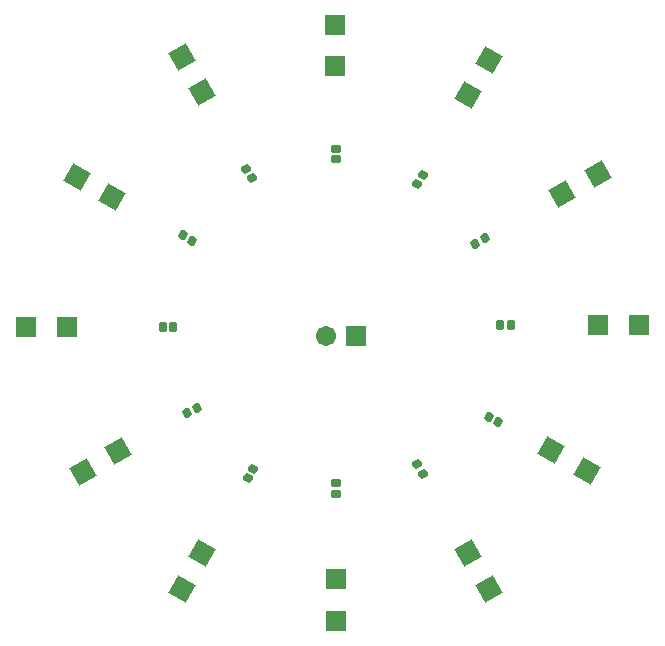
<source format=gbr>
%TF.GenerationSoftware,Altium Limited,Altium Designer,19.0.15 (446)*%
G04 Layer_Color=8388736*
%FSLAX45Y45*%
%MOMM*%
%TF.FileFunction,Soldermask,Top*%
%TF.Part,Single*%
G01*
G75*
%TA.AperFunction,SMDPad,CuDef*%
%ADD27P,2.40869X4X165.0*%
%ADD28R,1.70320X1.70320*%
G04:AMPARAMS|DCode=29|XSize=0.6932mm|YSize=0.8032mm|CornerRadius=0.1506mm|HoleSize=0mm|Usage=FLASHONLY|Rotation=120.000|XOffset=0mm|YOffset=0mm|HoleType=Round|Shape=RoundedRectangle|*
%AMROUNDEDRECTD29*
21,1,0.69320,0.50200,0,0,120.0*
21,1,0.39200,0.80320,0,0,120.0*
1,1,0.30120,0.11937,0.29524*
1,1,0.30120,0.31537,-0.04424*
1,1,0.30120,-0.11937,-0.29524*
1,1,0.30120,-0.31537,0.04424*
%
%ADD29ROUNDEDRECTD29*%
G04:AMPARAMS|DCode=30|XSize=0.6932mm|YSize=0.8032mm|CornerRadius=0.1506mm|HoleSize=0mm|Usage=FLASHONLY|Rotation=90.000|XOffset=0mm|YOffset=0mm|HoleType=Round|Shape=RoundedRectangle|*
%AMROUNDEDRECTD30*
21,1,0.69320,0.50200,0,0,90.0*
21,1,0.39200,0.80320,0,0,90.0*
1,1,0.30120,0.25100,0.19600*
1,1,0.30120,0.25100,-0.19600*
1,1,0.30120,-0.25100,-0.19600*
1,1,0.30120,-0.25100,0.19600*
%
%ADD30ROUNDEDRECTD30*%
%ADD31P,2.40869X4X105.0*%
%ADD32P,2.40869X4X195.0*%
G04:AMPARAMS|DCode=33|XSize=0.6932mm|YSize=0.8032mm|CornerRadius=0.1506mm|HoleSize=0mm|Usage=FLASHONLY|Rotation=60.000|XOffset=0mm|YOffset=0mm|HoleType=Round|Shape=RoundedRectangle|*
%AMROUNDEDRECTD33*
21,1,0.69320,0.50200,0,0,60.0*
21,1,0.39200,0.80320,0,0,60.0*
1,1,0.30120,0.31537,0.04424*
1,1,0.30120,0.11937,-0.29524*
1,1,0.30120,-0.31537,-0.04424*
1,1,0.30120,-0.11937,0.29524*
%
%ADD33ROUNDEDRECTD33*%
G04:AMPARAMS|DCode=34|XSize=0.6932mm|YSize=0.8032mm|CornerRadius=0.1506mm|HoleSize=0mm|Usage=FLASHONLY|Rotation=150.000|XOffset=0mm|YOffset=0mm|HoleType=Round|Shape=RoundedRectangle|*
%AMROUNDEDRECTD34*
21,1,0.69320,0.50200,0,0,150.0*
21,1,0.39200,0.80320,0,0,150.0*
1,1,0.30120,-0.04424,0.31537*
1,1,0.30120,0.29524,0.11937*
1,1,0.30120,0.04424,-0.31537*
1,1,0.30120,-0.29524,-0.11937*
%
%ADD34ROUNDEDRECTD34*%
%ADD35R,1.70320X1.70320*%
%ADD36P,2.40869X4X75.0*%
G04:AMPARAMS|DCode=37|XSize=0.6932mm|YSize=0.8032mm|CornerRadius=0.1506mm|HoleSize=0mm|Usage=FLASHONLY|Rotation=180.000|XOffset=0mm|YOffset=0mm|HoleType=Round|Shape=RoundedRectangle|*
%AMROUNDEDRECTD37*
21,1,0.69320,0.50200,0,0,180.0*
21,1,0.39200,0.80320,0,0,180.0*
1,1,0.30120,-0.19600,0.25100*
1,1,0.30120,0.19600,0.25100*
1,1,0.30120,0.19600,-0.25100*
1,1,0.30120,-0.19600,-0.25100*
%
%ADD37ROUNDEDRECTD37*%
G04:AMPARAMS|DCode=38|XSize=0.6932mm|YSize=0.8032mm|CornerRadius=0.1506mm|HoleSize=0mm|Usage=FLASHONLY|Rotation=30.000|XOffset=0mm|YOffset=0mm|HoleType=Round|Shape=RoundedRectangle|*
%AMROUNDEDRECTD38*
21,1,0.69320,0.50200,0,0,30.0*
21,1,0.39200,0.80320,0,0,30.0*
1,1,0.30120,0.29524,-0.11937*
1,1,0.30120,-0.04424,-0.31537*
1,1,0.30120,-0.29524,0.11937*
1,1,0.30120,0.04424,0.31537*
%
%ADD38ROUNDEDRECTD38*%
%TA.AperFunction,ComponentPad*%
%ADD39C,1.70320*%
%ADD40R,1.70320X1.70320*%
D27*
X6424798Y8840043D02*
D03*
X6249802Y9143157D02*
D03*
X8674100Y4940300D02*
D03*
X8849101Y4637191D02*
D03*
D28*
X7543800Y9060698D02*
D03*
Y9410700D02*
D03*
X7556500Y4718802D02*
D03*
Y4368800D02*
D03*
D29*
X6842648Y8113994D02*
D03*
X6797152Y8192806D02*
D03*
X8244952Y5692211D02*
D03*
X8290448Y5613400D02*
D03*
D30*
X7556500Y8272998D02*
D03*
Y8364002D02*
D03*
Y5440898D02*
D03*
Y5531902D02*
D03*
D31*
X8676899Y8815491D02*
D03*
X8851900Y9118600D02*
D03*
X6424798Y4939457D02*
D03*
X6249802Y4636343D02*
D03*
D32*
X5663357Y7951602D02*
D03*
X5360243Y8126598D02*
D03*
X9374292Y5813801D02*
D03*
X9677400Y5638800D02*
D03*
D33*
X8244952Y8063194D02*
D03*
X8290448Y8142006D02*
D03*
X6855348Y5652806D02*
D03*
X6809852Y5573994D02*
D03*
D34*
X6338606Y7584552D02*
D03*
X6259794Y7630048D02*
D03*
X8850594Y6093348D02*
D03*
X8929406Y6047852D02*
D03*
D35*
X5280401Y6858000D02*
D03*
X4930399D02*
D03*
X9771898Y6870700D02*
D03*
X10121900D02*
D03*
D36*
X9468790Y7978399D02*
D03*
X9771898Y8153400D02*
D03*
X5713308Y5801101D02*
D03*
X5410200Y5626100D02*
D03*
D37*
X6179602Y6858000D02*
D03*
X6088598D02*
D03*
X8946098Y6870700D02*
D03*
X9037102D02*
D03*
D38*
X8736294Y7559152D02*
D03*
X8815106Y7604648D02*
D03*
X6376706Y6169548D02*
D03*
X6297894Y6124052D02*
D03*
D39*
X7467600Y6781800D02*
D03*
D40*
X7721600D02*
D03*
%TF.MD5,338cf8acf3dfb9dc31a51a5e87639520*%
M02*

</source>
